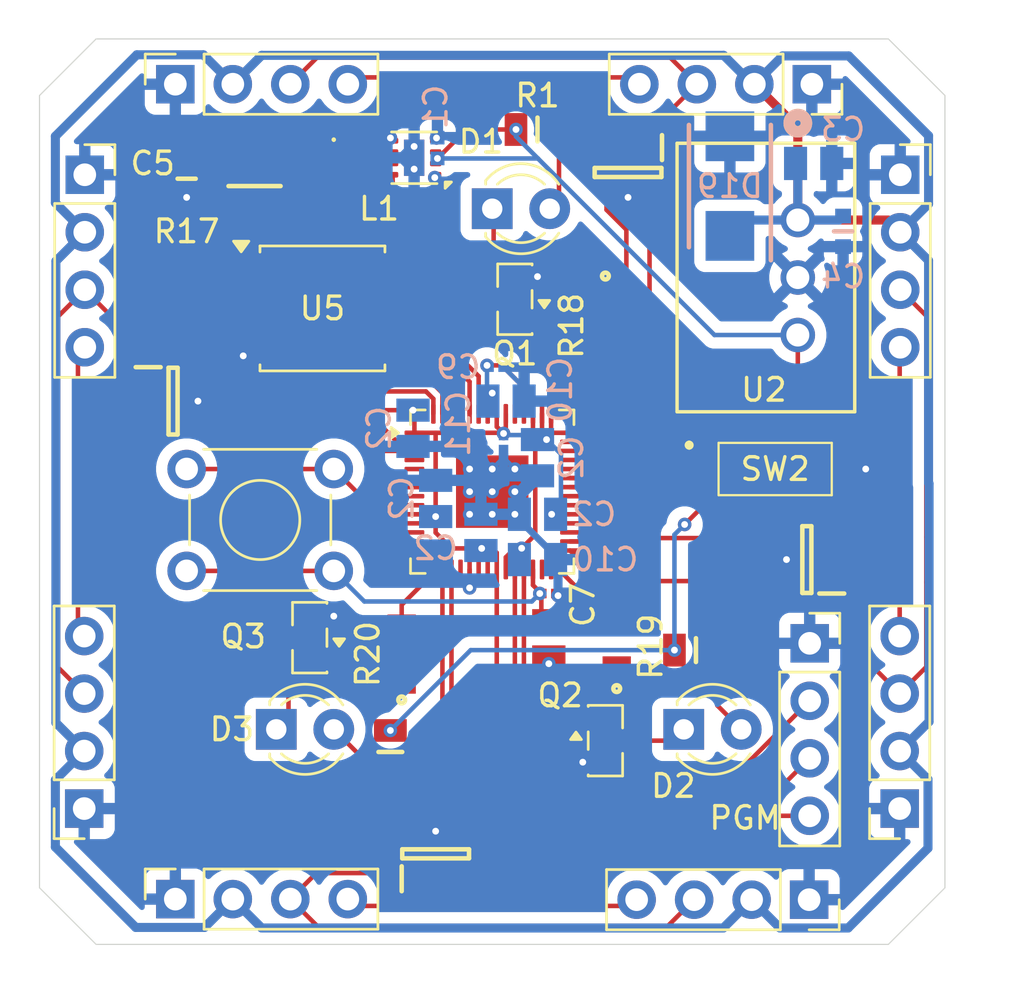
<source format=kicad_pcb>
(kicad_pcb (version 20241229) (generator "pcbnew") (generator_version "9.0")
  (layers (0 "F.Cu" signal) (2 "B.Cu" signal) (13 "F.Paste" user) (15 "B.Paste" user) (5 "F.SilkS" user "F.Silkscreen") (7 "B.SilkS" user "B.Silkscreen") (1 "F.Mask" user) (3 "B.Mask" user) (25 "Edge.Cuts" user))
  (net 0 "")
  (net 1 "/5V_LOCAL")
  (net 2 "GND")
  (net 3 "/3.3V_LOCAL")
  (net 4 "VCC")
  (net 5 "Net-(U1-VREG_VOUT)")
  (net 6 "Net-(D1-K)")
  (net 7 "Net-(D1-A)")
  (net 8 "Net-(D2-A)")
  (net 9 "Net-(D3-A)")
  (net 10 "/N_RX")
  (net 11 "/N_TX")
  (net 12 "/E_TX")
  (net 13 "/E_RX")
  (net 14 "/S_RX")
  (net 15 "/S_TX")
  (net 16 "/W_RX")
  (net 17 "/W_TX")
  (net 18 "Net-(J9-Pin_3)")
  (net 19 "Net-(J9-Pin_2)")
  (net 20 "Net-(U3-SW)")
  (net 21 "Net-(Q1-B)")
  (net 22 "Net-(Q2-B)")
  (net 23 "Net-(Q3-B)")
  (net 24 "Net-(U3-PG)")
  (net 25 "Net-(U1-GPIO17)")
  (net 26 "Net-(U1-QSPI_SD2)")
  (net 28 "Net-(U1-QSPI_SCLK)")
  (net 30 "Net-(U1-QSPI_SS)")
  (net 31 "Net-(U1-QSPI_SD3)")
  (net 36 "Net-(U1-QSPI_SD0)")
  (net 42 "Net-(U1-QSPI_SD1)")
  (net 49 "Net-(U1-GPIO12)")
  (net 51 "Net-(SW1-B)")
  (net 54 "Net-(D2-K)")
  (net 55 "Net-(D3-K)")
  (net 57 "Net-(U1-GPIO25)")
  (net 58 "Net-(U1-GPIO22)")
  (footprint "SamacSys_Parts:RBT10W24S05_XPP_XPR" (layer "F.Cu") (at 148.5 43 -90)
    (property "Reference" "U2")
    (property "Value" "RBT05W24S05")
  )
  (footprint "LED_THT:LED_D3.0mm" (layer "F.Cu") (at 143.46 65.5)
    (property "Reference" "D2")
    (property "Value" "LED")
  )
  (footprint "LED_THT:LED_D3.0mm" (layer "F.Cu") (at 125.46 65.5)
    (property "Reference" "D3")
    (property "Value" "LED")
  )
  (footprint "Package_TO_SOT_SMD:SOT-23" (layer "F.Cu") (at 126.9375 61.45 180)
    (property "Reference" "Q3")
    (property "Value" "MMBT3904")
  )
  (footprint "Button_Switch_THT:SW_TH_Tactile_Omron_B3F-100x" (layer "F.Cu") (at 121.5 54)
    (property "Reference" "SW1" (hide yes))
    (property "Value" "SW_Push_Open")
  )
  (footprint "SamacSys_Parts:CRCW1210200RJNEAIF" (layer "F.Cu") (at 137 39)
    (property "Reference" "R1")
    (property "Value" "200" (hide yes))
  )
  (footprint "Package_SON:WSON-8-1EP_2x2mm_P0.5mm_EP0.9x1.6mm_ThermalVias" (layer "F.Cu") (at 131.55 40.25 180)
    (property "Reference" "U3" (hide yes))
    (property "Value" "TPS62162DSG")
  )
  (footprint "Package_TO_SOT_SMD:SOT-23" (layer "F.Cu") (at 140 66)
    (property "Reference" "Q2")
    (property "Value" "MMBT3904")
  )
  (footprint "Connector_PinSocket_2.54mm:PinSocket_1x04_P2.54mm_Vertical" (layer "F.Cu") (at 149.025 61.7)
    (property "Reference" "J9" (hide yes))
    (property "Value" "2.54mm_ProgrammingPin")
  )
  (footprint "SamacSys_Parts:CAPC0603X33N" (layer "F.Cu") (at 137.5 59.5)
    (property "Reference" "C7")
    (property "Value" "1uF" (hide yes))
  )
  (footprint "Connector_PinSocket_2.54mm:PinSocket_1x04_P2.54mm_Vertical" (layer "F.Cu") (at 116.975 69 180)
    (property "Reference" "J8" (hide yes))
    (property "Value" "1x4_Pogo")
  )
  (footprint "Connector_PinSocket_2.54mm:PinSocket_1x04_P2.54mm_Vertical" (layer "F.Cu") (at 153 69 180)
    (property "Reference" "J4" (hide yes))
    (property "Value" "1x4_Pogo")
  )
  (footprint "SamacSys_Parts:LCENA2016MKT2R2M0NK" (layer "F.Cu") (at 128 41.2 -90)
    (property "Reference" "L1")
    (property "Value" "2.2uH" (hide yes))
  )
  (footprint "SamacSys_Parts:SOT95P248X115-3N" (layer "F.Cu") (at 148.9 58 180)
    (property "Reference" "D18" (hide yes))
    (property "Value" "VGSOT03C-HG3-08" (hide yes))
  )
  (footprint "LED_THT:LED_D3.0mm" (layer "F.Cu") (at 135 42.5)
    (property "Reference" "D1")
    (property "Value" "LED")
  )
  (footprint "Connector_PinSocket_2.54mm:PinSocket_1x04_P2.54mm_Vertical" (layer "F.Cu") (at 121 37 90)
    (property "Reference" "J1" (hide yes))
    (property "Value" "1x4_Pogo")
  )
  (footprint "SamacSys_Parts:GRM18x" (layer "F.Cu") (at 121.5 41.175 -90)
    (property "Reference" "C5")
    (property "Value" "22uF" (hide yes))
  )
  (footprint "SamacSys_Parts:TNPW0805100KFHEA" (layer "F.Cu") (at 124.5 41.5 -90)
    (property "Reference" "R17")
    (property "Value" "100k" (hide yes))
  )
  (footprint "Connector_PinSocket_2.54mm:PinSocket_1x04_P2.54mm_Vertical" (layer "F.Cu") (at 149.12 37 -90)
    (property "Reference" "J2" (hide yes))
    (property "Value" "1x4_Pogo")
  )
  (footprint "SamacSys_Parts:ERJ-UP6D1001V" (layer "F.Cu") (at 140 47.5 -90)
    (property "Reference" "R18")
    (property "Value" "1k" (hide yes))
  )
  (footprint "SamacSys_Parts:SOT95P248X115-3N" (layer "F.Cu") (at 120.9 51)
    (property "Reference" "D21" (hide yes))
    (property "Value" "VGSOT03C-HG3-08" (hide yes))
  )
  (footprint "Package_SO:SOIC-8_5.3x5.3mm_P1.27mm" (layer "F.Cu") (at 127.5 46.905)
    (property "Reference" "U5")
    (property "Value" "W25Q16JVSS")
  )
  (footprint "Connector_PinSocket_2.54mm:PinSocket_1x04_P2.54mm_Vertical" (layer "F.Cu") (at 149 73.025 -90)
    (property "Reference" "J6" (hide yes))
    (property "Value" "1x4_Pogo")
  )
  (footprint "Package_DFN_QFN:QFN-56-1EP_7x7mm_P0.4mm_EP3.2x3.2mm" (layer "F.Cu") (at 135 55)
    (property "Reference" "U1" (hide yes))
    (property "Value" "RP2040")
  )
  (footprint "SamacSys_Parts:CAPC2012X140N" (layer "F.Cu") (at 137.5 61.5 -90)
    (property "Reference" "C6" (hide yes))
    (property "Value" "0.1uF" (hide yes))
  )
  (footprint "SamacSys_Parts:CRCW1210200RJNEAIF" (layer "F.Cu") (at 144 62)
    (property "Reference" "R2" (hide yes))
    (property "Value" "200" (hide yes))
  )
  (footprint "SamacSys_Parts:ERJ-UP6D1001V" (layer "F.Cu") (at 140.5 61.675 90)
    (property "Reference" "R19")
    (property "Value" "1k" (hide yes))
  )
  (footprint "Connector_PinSocket_2.54mm:PinSocket_1x04_P2.54mm_Vertical" (layer "F.Cu") (at 121 73 90)
    (property "Reference" "J5" (hide yes))
    (property "Value" "1x4_Pogo")
  )
  (footprint "SamacSys_Parts:SOT95P248X115-3N" (layer "F.Cu") (at 141 40.9 -90)
    (property "Reference" "D17" (hide yes))
    (property "Value" "VGSOT03C-HG3-08" (hide yes))
  )
  (footprint "SamacSys_Parts:ERJ-UP6D1001V" (layer "F.Cu") (at 131 62.175 90)
    (property "Reference" "R20")
    (property "Value" "1k" (hide yes))
  )
  (footprint "SamacSys_Parts:SOT95P248X115-3N" (layer "F.Cu") (at 132.5 71 90)
    (property "Reference" "D20" (hide yes))
    (property "Value" "VGSOT03C-HG3-08" (hide yes))
  )
  (footprint "Connector_PinSocket_2.54mm:PinSocket_1x04_P2.54mm_Vertical" (layer "F.Cu") (at 117 41)
    (property "Reference" "J7" (hide yes))
    (property "Value" "1x4_Pogo")
  )
  (footprint "SamacSys_Parts:416131160801" (layer "F.Cu") (at 147.5 54 -90)
    (property "Reference" "SW2")
    (property "Value" "SW_DIP_x01" (hide yes))
  )
  (footprint "Package_TO_SOT_SMD:SOT-23" (layer "F.Cu") (at 136 46.5 180)
    (property "Reference" "Q1")
    (property "Value" "MMBT3904")
  )
  (footprint "Connector_PinSocket_2.54mm:PinSocket_1x04_P2.54mm_Vertical" (layer "F.Cu") (at 153.025 41)
    (property "Reference" "J3" (hide yes))
    (property "Value" "1x4_Pogo")
  )
  (footprint "SamacSys_Parts:CRCW1210200RJNEAIF" (layer "F.Cu") (at 130.5 66.5 -90)
    (property "Reference" "R3" (hide yes))
    (property "Value" "200" (hide yes))
  )
  (footprint "SamacSys_Parts:CAPC2012X140N" (layer "B.Cu") (at 131.5 52.2 -90)
    (property "Reference" "C2")
    (property "Value" "0.1uF" (hide yes))
  )
  (footprint "SamacSys_Parts:CAPC2012X140N" (layer "B.Cu") (at 137 53.5 -90)
    (property "Reference" "C2")
    (property "Value" "0.1uF" (hide yes))
  )
  (footprint "SamacSys_Parts:CAPC1005X70N" (layer "B.Cu") (at 132.58 39.82 90)
    (property "Reference" "C1")
    (property "Value" "10uF" (hide yes))
  )
  (footprint "SamacSys_Parts:CAPC2012X140N" (layer "B.Cu") (at 134.5 56.8 90)
    (property "Reference" "C2")
    (property "Value" "0.1uF" (hide yes))
  )
  (footprint "SamacSys_Parts:CAPC0603X33N" (layer "B.Cu") (at 135.17 49.5)
    (property "Reference" "C9")
    (property "Value" "1uF" (hide yes))
  )
  (footprint "SamacSys_Parts:CAPC2012X140N" (layer "B.Cu") (at 149.2 40.5)
    (property "Reference" "C3")
    (property "Value" "0.1uF" (hide yes))
  )
  (footprint "SamacSys_Parts:DIOM5436X244N" (layer "B.Cu") (at 145.5 41.5 90)
    (property "Reference" "D19")
    (property "Value" "SMBJ15A" (hide yes))
  )
  (footprint "SamacSys_Parts:CAPC2012X140N" (layer "B.Cu") (at 132.5 55.3 90)
    (property "Reference" "C2")
    (property "Value" "0.1uF" (hide yes))
  )
  (footprint "SamacSys_Parts:CAPC2012X140N" (layer "B.Cu") (at 135.61 51)
    (property "Reference" "C10")
    (property "Value" "0.1uF" (hide yes))
  )
  (footprint "SamacSys_Parts:CAPC2012X140N" (layer "B.Cu") (at 137 58)
    (property "Reference" "C10")
    (property "Value" "0.1uF" (hide yes))
  )
  (footprint "SamacSys_Parts:CAPC2012X140N" (layer "B.Cu") (at 137 56 180)
    (property "Reference" "C2")
    (property "Value" "0.1uF" (hide yes))
  )
  (footprint "SamacSys_Parts:GRM18x" (layer "B.Cu") (at 150.5 43.5 -90)
    (property "Reference" "C4")
    (property "Value" "22uF" (hide yes))
  )
  (footprint "SamacSys_Parts:CAPC0603X33N" (layer "B.Cu") (at 135.5 52.83 -90)
    (property "Reference" "C11")
    (property "Value" "1uF" (hide yes))
  )
  (gr_line (start 155 37.5) (end 152.5 35) (stroke (width 0.05)) (layer "Edge.Cuts"))
  (gr_line (start 117.5 75) (end 152.5 75) (stroke (width 0.05)) (layer "Edge.Cuts"))
  (gr_line (start 152.5 75) (end 155 72.5) (stroke (width 0.05)) (layer "Edge.Cuts"))
  (gr_line (start 155 72.5) (end 155 37.5) (stroke (width 0.05)) (layer "Edge.Cuts"))
  (gr_line (start 115 37.5) (end 115 72.5) (stroke (width 0.05)) (layer "Edge.Cuts"))
  (gr_line (start 152.5 35) (end 117.5 35) (stroke (width 0.05)) (layer "Edge.Cuts"))
  (gr_line (start 115 37.5) (end 117.5 35) (stroke (width 0.05)) (layer "Edge.Cuts"))
  (gr_line (start 115 72.5) (end 117.5 75) (stroke (width 0.05)) (layer "Edge.Cuts"))
  (gr_text "PGM" (at 144.5 70 0) (layer "F.SilkS") (effects (font (size 1 1)) (justify left bottom)))
  (segment (start 132.5 40) (end 132.5 40.5) (width 0.2) (layer "F.Cu") (net 1))
  (segment (start 148.5 51.45) (end 143.5 56.45) (width 0.2) (layer "F.Cu") (net 1))
  (segment (start 132.5 40.36) (end 132.58 40.28) (width 0.2) (layer "F.Cu") (net 1))
  (segment (start 136.05 39) (end 133.86 39) (width 0.2) (layer "F.Cu") (net 1))
  (segment (start 148.5 48.08) (end 148.5 51.45) (width 0.2) (layer "F.Cu") (net 1))
  (segment (start 132.5 40.5) (end 132.5 40.36) (width 0.2) (layer "F.Cu") (net 1))
  (segment (start 133.86 39) (end 132.58 40.28) (width 0.2) (layer "F.Cu") (net 1))
  (via (at 143.5 56.45) (size 0.6) (drill 0.3) (layers "F.Cu" "B.Cu") (net 1))
  (via (at 132.58 40.28) (size 0.6) (drill 0.3) (layers "F.Cu" "B.Cu") (net 1))
  (via (at 143.05 62) (size 0.6) (drill 0.3) (layers "F.Cu" "B.Cu") (net 1))
  (via (at 130.5 65.55) (size 0.6) (drill 0.3) (layers "F.Cu" "B.Cu") (net 1))
  (via (at 136.05 39) (size 0.6) (drill 0.3) (layers "F.Cu" "B.Cu") (net 1))
  (segment (start 148.5 48.08) (end 144.818471 48.08) (width 0.2) (layer "B.Cu") (net 1))
  (segment (start 134.05 62) (end 130.5 65.55) (width 0.2) (layer "B.Cu") (net 1))
  (segment (start 144.818471 48.08) (end 137.018471 40.28) (width 0.2) (layer "B.Cu") (net 1))
  (segment (start 137.018471 40.28) (end 132.58 40.28) (width 0.2) (layer "B.Cu") (net 1))
  (segment (start 143.05 62) (end 134.05 62) (width 0.2) (layer "B.Cu") (net 1))
  (segment (start 136.05 39.311529) (end 136.05 39) (width 0.2) (layer "B.Cu") (net 1))
  (segment (start 137.018471 40.28) (end 136.05 39.311529) (width 0.2) (layer "B.Cu") (net 1))
  (segment (start 143.5 56.45) (end 143.05 56.9) (width 0.2) (layer "B.Cu") (net 1))
  (segment (start 143.05 56.9) (end 143.05 62) (width 0.2) (layer "B.Cu") (net 1))
  (segment (start 137.5 62.3) (end 137.5 62.6) (width 0.2) (layer "F.Cu") (net 2))
  (segment (start 123.9125 48.9125) (end 124 49) (width 0.2) (layer "F.Cu") (net 2))
  (segment (start 127.875 60.5) (end 128 60.5) (width 0.2) (layer "F.Cu") (net 2))
  (segment (start 139.001 66.95) (end 139 66.951) (width 0.2) (layer "F.Cu") (net 2))
  (segment (start 136.9375 45.55) (end 136.95 45.55) (width 0.2) (layer "F.Cu") (net 2))
  (segment (start 136.95 45.55) (end 137 45.5) (width 0.2) (layer "F.Cu") (net 2))
  (segment (start 134 59.249169) (end 133.994967 59.254202) (width 0.2) (layer "F.Cu") (net 2))
  (segment (start 151.31 54) (end 151.5 54) (width 0.2) (layer "F.Cu") (net 2))
  (segment (start 139.0625 66.95) (end 139.001 66.95) (width 0.2) (layer "F.Cu") (net 2))
  (segment (start 134 58.4375) (end 134 59.249169) (width 0.2) (layer "F.Cu") (net 2))
  (segment (start 132.5 39.413845) (end 132.538845 39.375) (width 0.2) (layer "F.Cu") (net 2))
  (segment (start 130.6 39.5) (end 130.6 39.471638) (width 0.2) (layer "F.Cu") (net 2))
  (segment (start 121.5 41.85) (end 121.5 42) (width 0.2) (layer "F.Cu") (net 2))
  (segment (start 132.5 69.9) (end 132.5 70) (width 0.2) (layer "F.Cu") (net 2))
  (segment (start 123.9125 48.81) (end 123.9125 48.9125) (width 0.2) (layer "F.Cu") (net 2))
  (segment (start 137.83 59.51603) (end 137.906985 59.593015) (width 0.2) (layer "F.Cu") (net 2))
  (segment (start 137.83 59.5) (end 137.83 59.51603) (width 0.2) (layer "F.Cu") (net 2))
  (segment (start 132.5 39.5) (end 132.5 39.413845) (width 0.2) (layer "F.Cu") (net 2))
  (segment (start 147.8 58) (end 148 58) (width 0.2) (layer "F.Cu") (net 2))
  (segment (start 132.5 41.086137) (end 132.461137 41.125) (width 0.2) (layer "F.Cu") (net 2))
  (segment (start 132.5 41) (end 132.5 41.086137) (width 0.2) (layer "F.Cu") (net 2))
  (segment (start 130.6 39.471638) (end 130.503362 39.375) (width 0.2) (layer "F.Cu") (net 2))
  (via (at 135 56) (size 0.6) (drill 0.3) (layers "F.Cu" "B.Cu") (net 2))
  (via (at 132.538845 39.375) (size 0.6) (drill 0.3) (layers "F.Cu" "B.Cu") (net 2))
  (via (at 132.461137 41.125) (size 0.6) (drill 0.3) (layers "F.Cu" "B.Cu") (net 2))
  (via (at 128 60.5) (size 0.6) (drill 0.3) (layers "F.Cu" "B.Cu") (net 2))
  (via (at 134 54) (size 0.6) (drill 0.3) (layers "F.Cu" "B.Cu") (net 2))
  (via (at 134 56) (size 0.6) (drill 0.3) (layers "F.Cu" "B.Cu") (net 2))
  (via (at 139 66.951) (size 0.6) (drill 0.3) (layers "F.Cu" "B.Cu") (net 2))
  (via (at 136 55) (size 0.6) (drill 0.3) (layers "F.Cu" "B.Cu") (net 2))
  (via (at 136 56) (size 0.6) (drill 0.3) (layers "F.Cu" "B.Cu") (net 2))
  (via (at 122 51) (size 0.6) (drill 0.3) (layers "F.Cu" "B.Cu") (net 2))
  (via (at 135 55) (size 0.6) (drill 0.3) (layers "F.Cu" "B.Cu") (net 2))
  (via (at 135 54) (size 0.6) (drill 0.3) (layers "F.Cu" "B.Cu") (net 2))
  (via (at 151.5 54) (size 0.6) (drill 0.3) (layers "F.Cu" "B.Cu") (net 2))
  (via (at 132.5 70) (size 0.6) (drill 0.3) (layers "F.Cu" "B.Cu") (net 2))
  (via (at 130.503362 39.375) (size 0.6) (drill 0.3) (layers "F.Cu" "B.Cu") (net 2))
  (via (at 137.906985 59.593015) (size 0.6) (drill 0.3) (layers "F.Cu" "B.Cu") (net 2))
  (via (at 136 54) (size 0.6) (drill 0.3) (layers "F.Cu" "B.Cu") (net 2))
  (via (at 121.5 42) (size 0.6) (drill 0.3) (layers "F.Cu" "B.Cu") (net 2))
  (via (at 148 58) (size 0.6) (drill 0.3) (layers "F.Cu" "B.Cu") (net 2))
  (via (at 134 55) (size 0.6) (drill 0.3) (layers "F.Cu" "B.Cu") (net 2))
  (via (at 134.000105 59.25028) (size 0.6) (drill 0.3) (layers "F.Cu" "B.Cu") (net 2))
  (via (at 141 42) (size 0.6) (drill 0.3) (layers "F.Cu" "B.Cu") (net 2))
  (via (at 124 49) (size 0.6) (drill 0.3) (layers "F.Cu" "B.Cu") (net 2))
  (via (at 137 45.5) (size 0.6) (drill 0.3) (layers "F.Cu" "B.Cu") (net 2))
  (via (at 137.5 62.6) (size 0.6) (drill 0.3) (layers "F.Cu" "B.Cu") (net 2))
  (segment (start 136.2 55.1) (end 137 54.3) (width 0.6) (layer "B.Cu") (net 2))
  (segment (start 137.906985 59.593015) (end 137.906985 58.106985) (width 0.4) (layer "B.Cu") (net 2))
  (segment (start 136.41 51) (end 136.41 50.41) (width 0.2) (layer "B.Cu") (net 2))
  (segment (start 135.5 53.5) (end 135 54) (width 0.2) (layer "B.Cu") (net 2))
  (segment (start 135.5 53.5) (end 136 54) (width 0.2) (layer "B.Cu") (net 2))
  (segment (start 136.2 56.247) (end 136.2 56) (width 0.2) (layer "B.Cu") (net 2))
  (segment (start 137.8 57.847) (end 136.2 56.247) (width 0.3) (layer "B.Cu") (net 2))
  (segment (start 137.906985 58.106985) (end 137.8 58) (width 0.2) (layer "B.Cu") (net 2))
  (segment (start 136.41 50.41) (end 135.5 49.5) (width 0.2) (layer "B.Cu") (net 2))
  (segment (start 136.2 56) (end 136.2 55.1) (width 0.6) (layer "B.Cu") (net 2))
  (segment (start 135.5 53.16) (end 135.5 53.5) (width 0.2) (layer "B.Cu") (net 2))
  (segment (start 132.5 56.1) (end 132.5 52.4) (width 0.2) (layer "F.Cu") (net 3))
  (segment (start 135.600001 51.5625) (end 135.600001 52.329997) (width 0.2) (layer "F.Cu") (net 3))
  (segment (start 131.5625 52.4) (end 132.5 52.4) (width 0.2) (layer "F.Cu") (net 3))
  (segment (start 135.600001 52.329997) (end 135.5 52.429998) (width 0.2) (layer "F.Cu") (net 3))
  (segment (start 124.5 40) (end 124 40) (width 0.2) (layer "F.Cu") (net 3))
  (segment (start 149.025 69.32) (end 138.7529 69.32) (width 0.2) (layer "F.Cu") (net 3))
  (segment (start 132.5 56.81) (end 133.196166 57.506166) (width 0.2) (layer "F.Cu") (net 3))
  (segment (start 121.5 54) (end 128 54) (width 0.2) (layer "F.Cu") (net 3))
  (segment (start 138.7529 69.32) (end 135.2 65.7671) (width 0.2) (layer "F.Cu") (net 3))
  (segment (start 135.470002 52.4) (end 135.5 52.429998) (width 0.2) (layer "F.Cu") (net 3))
  (segment (start 131.5625 56) (end 132.4 56) (width 0.2) (layer "F.Cu") (net 3))
  (segment (start 124 40) (end 123.5 40.5) (width 0.2) (layer "F.Cu") (net 3))
  (segment (start 133.196166 57.506166) (end 134.533207 57.506166) (width 0.2) (layer "F.Cu") (net 3))
  (segment (start 132.5 52.4) (end 135.470002 52.4) (width 0.2) (layer "F.Cu") (net 3))
  (segment (start 135.2 52.129998) (end 135.5 52.429998) (width 0.2) (layer "F.Cu") (net 3))
  (segment (start 137.199999 52.499999) (end 137.4 52.7) (width 0.2) (layer "F.Cu") (net 3))
  (segment (start 138.4375 52.4) (end 137.7 52.4) (width 0.2) (layer "F.Cu") (net 3))
  (segment (start 137.199999 51.5625) (end 137.199999 52.499999) (width 0.2) (layer "F.Cu") (net 3))
  (segment (start 123.5 40.5) (end 121.5 40.5) (width 0.2) (layer "F.Cu") (net 3))
  (segment (start 131.5625 51.4625) (end 131.5 51.4) (width 0.2) (layer "F.Cu") (net 3))
  (segment (start 128.4 40) (end 130.6 40) (width 0.2) (layer "F.Cu") (net 3))
  (segment (start 121.997 42.503) (end 124.5 40) (width 0.2) (layer "F.Cu") (net 3))
  (segment (start 137.6 51.5625) (end 137.6 52.5) (width 0.2) (layer "F.Cu") (net 3))
  (segment (start 122.871 44.374) (end 121.997 43.5) (width 0.2) (layer "F.Cu") (net 3))
  (segment (start 137.7 52.4) (end 137.4 52.7) (width 0.2) (layer "F.Cu") (net 3))
  (segment (start 121.997 49.50119) (end 121.997 43.5) (width 0.2) (layer "F.Cu") (net 3))
  (segment (start 130 56) (end 128 54) (width 0.2) (layer "F.Cu") (net 3))
  (segment (start 128 40.4) (end 124.9 40.4) (width 0.2) (layer "F.Cu") (net 3))
  (segment (start 131.0875 45) (end 130.4615 44.374) (width 0.2) (layer "F.Cu") (net 3))
  (segment (start 130.4615 44.374) (end 122.871 44.374) (width 0.2) (layer "F.Cu") (net 3))
  (segment (start 131.5 51.4) (end 123.89581 51.4) (width 0.2) (layer "F.Cu") (net 3))
  (segment (start 131.5625 56) (end 130 56) (width 0.2) (layer "F.Cu") (net 3))
  (segment (start 135.2 57.7) (end 135.006166 57.506166) (width 0.2) (layer "F.Cu") (net 3))
  (segment (start 121.997 43.5) (end 121.997 42.503) (width 0.2) (layer "F.Cu") (net 3))
  (segment (start 135.2 58.4375) (end 135.2 57.7) (width 0.2) (layer "F.Cu") (net 3))
  (segment (start 138.4375 56) (end 137.624832 56) (width 0.2) (layer "F.Cu") (net 3))
  (segment (start 132.5 56.1) (end 132.5 56.81) (width 0.2) (layer "F.Cu") (net 3))
  (segment (start 137.624832 56) (end 137.624698 56.000134) (width 0.2) (layer "F.Cu") (net 3))
  (segment (start 135.006166 57.506166) (end 134.533207 57.506166) (width 0.2) (layer "F.Cu") (net 3))
  (segment (start 131.5625 52.4) (end 131.5625 51.4625) (width 0.2) (layer "F.Cu") (net 3))
  (segment (start 137.6 52.5) (end 137.4 52.7) (width 0.2) (layer "F.Cu") (net 3))
  (segment (start 135.2 65.7671) (end 135.2 58.4375) (width 0.2) (layer "F.Cu") (net 3))
  (segment (start 123.89581 51.4) (end 121.997 49.50119) (width 0.2) (layer "F.Cu") (net 3))
  (segment (start 124.9 40.4) (end 124.5 40) (width 0.2) (layer "F.Cu") (net 3))
  (segment (start 132.4 56) (end 132.5 56.1) (width 0.2) (layer "F.Cu") (net 3))
  (segment (start 128 40.4) (end 128.4 40) (width 0.2) (layer "F.Cu") (net 3))
  (segment (start 135.2 51.5625) (end 135.2 52.129998) (width 0.2) (layer "F.Cu") (net 3))
  (via (at 137.4 52.7) (size 0.6) (drill 0.3) (layers "F.Cu" "B.Cu") (net 3))
  (via (at 134.533207 57.506166) (size 0.6) (drill 0.3) (layers "F.Cu" "B.Cu") (net 3))
  (via (at 132.5 56.1) (size 0.6) (drill 0.3) (layers "F.Cu" "B.Cu") (net 3))
  (via (at 131.5 51.4) (size 0.6) (drill 0.3) (layers "F.Cu" "B.Cu") (net 3))
  (via (at 137.624698 56.000134) (size 0.6) (drill 0.3) (layers "F.Cu" "B.Cu") (net 3))
  (via (at 135.5 52.429998) (size 0.6) (drill 0.3) (layers "F.Cu" "B.Cu") (net 3))
  (segment (start 135.5 52.5) (end 136.8 52.5) (width 0.2) (layer "B.Cu") (net 3))
  (segment (start 136.8 52.5) (end 137 52.7) (width 0.2) (layer "B.Cu") (net 3))
  (segment (start 138.036 55.588832) (end 138.036 53.336) (width 0.2) (layer "B.Cu") (net 3))
  (segment (start 138.036 53.336) (end 137.4 52.7) (width 0.2) (layer "B.Cu") (net 3))
  (segment (start 137.624698 56.000134) (end 138.036 55.588832) (width 0.2) (layer "B.Cu") (net 3))
  (segment (start 152.485 43) (end 153.025 43.54) (width 0.4) (layer "F.Cu") (net 4))
  (segment (start 148.5 43) (end 148.5 38.92) (width 0.4) (layer "F.Cu") (net 4))
  (segment (start 148.5 43) (end 152.485 43) (width 0.4) (layer "F.Cu") (net 4))
  (segment (start 148.5 38.92) (end 146.58 37) (width 0.4) (layer "F.Cu") (net 4))
  (segment (start 146.5 37) (end 145.224 35.724) (width 0.4) (layer "B.Cu") (net 4))
  (segment (start 153.025 43.54) (end 154.276 44.791) (width 0.4) (layer "B.Cu") (net 4))
  (segment (start 124.816 35.724) (end 123.54 37) (width 0.4) (layer "B.Cu") (net 4))
  (segment (start 150.749 35.749) (end 152.25 37.25) (width 0.4) (layer "B.Cu") (net 4))
  (segment (start 153 66.46) (end 154.251 67.711) (width 0.4) (layer "B.Cu") (net 4))
  (segment (start 119.251 74.251) (end 115.701 70.701) (width 0.4) (layer "B.Cu") (net 4))
  (segment (start 123.54 73) (end 122.289 74.251) (width 0.4) (layer "B.Cu") (net 4))
  (segment (start 154.299 65.161) (end 153 66.46) (width 0.4) (layer "B.Cu") (net 4))
  (segment (start 154.276 39.276) (end 154.276 42.289) (width 0.4) (layer "B.Cu") (net 4))
  (segment (start 122.241 35.701) (end 123.54 37) (width 0.4) (layer "B.Cu") (net 4))
  (segment (start 150.325 43) (end 150.5 42.825) (width 0.4) (layer "B.Cu") (net 4))
  (segment (start 146.46 73.025) (end 145.209 74.276) (width 0.4) (layer "B.Cu") (net 4))
  (segment (start 146.58 37) (end 146.5 37) (width 0.4) (layer "B.Cu") (net 4))
  (segment (start 146.58 37) (end 147.831 35.749) (width 0.4) (layer "B.Cu") (net 4))
  (segment (start 147.711 74.276) (end 146.46 73.025) (width 0.4) (layer "B.Cu") (net 4))
  (segment (start 154.276 54.624) (end 154.299 54.647) (width 0.4) (layer "B.Cu") (net 4))
  (segment (start 154.251 70.749) (end 150.724 74.276) (width 0.4) (layer "B.Cu") (net 4))
  (segment (start 154.276 42.289) (end 153.025 43.54) (width 0.4) (layer "B.Cu") (net 4))
  (segment (start 150.724 74.276) (end 147.711 74.276) (width 0.4) (layer "B.Cu") (net 4))
  (segment (start 154.251 67.711) (end 154.251 70.749) (width 0.4) (layer "B.Cu") (net 4))
  (segment (start 124.816 74.276) (end 123.54 73) (width 0.4) (layer "B.Cu") (net 4))
  (segment (start 116.975 66.46) (end 115.724 65.209) (width 0.4) (layer "B.Cu") (net 4))
  (segment (start 115.701 70.701) (end 115.701 67.734) (width 0.4) (layer "B.Cu") (net 4))
  (segment (start 115.701 39.299) (end 119.299 35.701) (width 0.4) (layer "B.Cu") (net 4))
  (segment (start 148.5 43) (end 150.325 43) (width 0.4) (layer "B.Cu") (net 4))
  (segment (start 148.5 43) (end 148.5 40.6) (width 0.4) (layer "B.Cu") (net 4))
  (segment (start 147.831 35.749) (end 150.749 35.749) (width 0.4) (layer "B.Cu") (net 4))
  (segment (start 154.299 54.647) (end 154.299 65.161) (width 0.4) (layer "B.Cu") (net 4))
  (segment (start 154.276 44.791) (end 154.276 54.624) (width 0.4) (layer "B.Cu") (net 4))
  (segment (start 148.5 40.6) (end 148.4 40.5) (width 0.4) (layer "B.Cu") (net 4))
  (segment (start 115.724 65.209) (end 115.724 44.816) (width 0.4) (layer "B.Cu") (net 4))
  (segment (start 119.299 35.701) (end 122.241 35.701) (width 0.4) (layer "B.Cu") (net 4))
  (segment (start 146.2 43) (end 145.5 43.7) (width 0.4) (layer "B.Cu") (net 4))
  (segment (start 122.289 74.251) (end 119.251 74.251) (width 0.4) (layer "B.Cu") (net 4))
  (segment (start 115.701 67.734) (end 116.975 66.46) (width 0.4) (layer "B.Cu") (net 4))
  (segment (start 152.25 37.25) (end 154.276 39.276) (width 0.4) (layer "B.Cu") (net 4))
  (segment (start 115.724 44.816) (end 117 43.54) (width 0.4) (layer "B.Cu") (net 4))
  (segment (start 115.701 42.241) (end 115.701 39.299) (width 0.4) (layer "B.Cu") (net 4))
  (segment (start 145.209 74.276) (end 124.816 74.276) (width 0.4) (layer "B.Cu") (net 4))
  (segment (start 117 43.54) (end 115.701 42.241) (width 0.4) (layer "B.Cu") (net 4))
  (segment (start 145.224 35.724) (end 124.816 35.724) (width 0.4) (layer "B.Cu") (net 4))
  (segment (start 148.5 43) (end 146.2 43) (width 0.4) (layer "B.Cu") (net 4))
  (segment (start 136.3 57.5) (end 136.302 57.5) (width 0.2) (layer "F.Cu") (net 5))
  (segment (start 135.600001 57.899999) (end 136 57.5) (width 0.2) (layer "F.Cu") (net 5))
  (segment (start 136 57.5) (end 136.3 57.5) (width 0.2) (layer "F.Cu") (net 5))
  (segment (start 136.8 52.998) (end 136.901 53.099) (width 0.2) (layer "F.Cu") (net 5))
  (segment (start 136.901 53.099) (end 136.901 56.901) (width 0.2) (layer "F.Cu") (net 5))
  (segment (start 136.8 51.5625) (end 136.8 50.8) (width 0.2) (layer "F.Cu") (net 5))
  (segment (start 134.8 51.5625) (end 134.8 50.845228) (width 0.2) (layer "F.Cu") (net 5))
  (segment (start 136.8 50.8) (end 135.421471 49.421471) (width 0.2) (layer "F.Cu") (net 5))
  (segment (start 136.8 51.5625) (end 136.8 52.998) (width 0.2) (layer "F.Cu") (net 5))
  (segment (start 134.8 50.845228) (end 134.999999 50.645229) (width 0.2) (layer "F.Cu") (net 5))
  (segment (start 135.600001 58.4375) (end 135.600001 57.899999) (width 0.2) (layer "F.Cu") (net 5))
  (segment (start 135.421471 49.421471) (end 134.77 49.421471) (width 0.2) (layer "F.Cu") (net 5))
  (segment (start 136.302 57.5) (end 136.901 56.901) (width 0.2) (layer "F.Cu") (net 5))
  (via (at 134.77 49.421471) (size 0.6) (drill 0.3) (layers "F.Cu" "B.Cu") (net 5))
  (via (at 134.999999 50.645229) (size 0.6) (drill 0.3) (layers "F.Cu" "B.Cu") (net 5))
  (via (at 136.3 57.5) (size 0.6) (drill 0.3) (layers "F.Cu" "B.Cu") (net 5))
  (segment (start 134.77 50.41523) (end 134.999999 50.645229) (width 0.2) (layer "B.Cu") (net 5))
  (segment (start 134.77 49.421471) (end 134.77 50.41523) (width 0.2) (layer "B.Cu") (net 5))
  (segment (start 135.0625 46.5) (end 135.0625 42.5625) (width 0.2) (layer "F.Cu") (net 6))
  (segment (start 137.95 39) (end 137.95 42.09) (width 0.2) (layer "F.Cu") (net 7))
  (segment (start 137.95 42.09) (end 137.54 42.5) (width 0.2) (layer "F.Cu") (net 7))
  (segment (start 144.95 64.45) (end 146 65.5) (width 0.2) (layer "F.Cu") (net 8))
  (segment (start 144.95 62) (end 144.95 64.45) (width 0.2) (layer "F.Cu") (net 8))
  (segment (start 128 65.5) (end 129.95 67.45) (width 0.2) (layer "F.Cu") (net 9))
  (segment (start 129.95 67.45) (end 130.5 67.45) (width 0.2) (layer "F.Cu") (net 9))
  (segment (start 138.4375 54.8) (end 139.7 54.8) (width 0.2) (layer "F.Cu") (net 10))
  (segment (start 140.05 42.55) (end 140.05 39.8) (width 0.2) (layer "F.Cu") (net 10))
  (segment (start 141.199 36.699) (end 141.5 37) (width 0.2) (layer "F.Cu") (net 10))
  (segment (start 139.7 54.8) (end 140.926 53.574) (width 0.2) (layer "F.Cu") (net 10))
  (segment (start 140.05 36.749) (end 140 36.699) (width 0.2) (layer "F.Cu") (net 10))
  (segment (start 139 36.699) (end 128.921 36.699) (width 0.2) (layer "F.Cu") (net 10))
  (segment (start 139 36.699) (end 140 36.699) (width 0.2) (layer "F.Cu") (net 10))
  (segment (start 128.921 36.699) (end 128.62 37) (width 0.2) (layer "F.Cu") (net 10))
  (segment (start 140.05 39.8) (end 140.05 36.749) (width 0.2) (layer "F.Cu") (net 10))
  (segment (start 140.926 53.574) (end 140.926 43.426) (width 0.2) (layer "F.Cu") (net 10))
  (segment (start 140 36.699) (end 141.199 36.699) (width 0.2) (layer "F.Cu") (net 10))
  (segment (start 140.926 43.426) (end 140.05 42.55) (width 0.2) (layer "F.Cu") (net 10))
  (segment (start 138.4375 55.2) (end 139.8671 55.2) (width 0.2) (layer "F.Cu") (net 11))
  (segment (start 139.8671 55.2) (end 141.95 53.1171) (width 0.2) (layer "F.Cu") (net 11))
  (segment (start 141.95 39.09) (end 144.04 37) (width 0.2) (layer "F.Cu") (net 11))
  (segment (start 142.864 35.824) (end 144.04 37) (width 0.2) (layer "F.Cu") (net 11))
  (segment (start 127.256 35.824) (end 142.864 35.824) (width 0.2) (layer "F.Cu") (net 11))
  (segment (start 127.256 35.824) (end 126.08 37) (width 0.2) (layer "F.Cu") (net 11))
  (segment (start 141.95 53.1171) (end 141.95 39.8) (width 0.2) (layer "F.Cu") (net 11))
  (segment (start 141.95 39.8) (end 141.95 39.09) (width 0.2) (layer "F.Cu") (net 11))
  (segment (start 154.176 62.744) (end 153 63.92) (width 0.2) (layer "F.Cu") (net 12))
  (segment (start 151.5 62.42) (end 153 63.92) (width 0.2) (layer "F.Cu") (net 12))
  (segment (start 150 58.95) (end 151.5 60.45) (width 0.2) (layer "F.Cu") (net 12))
  (segment (start 154.176 47.231) (end 154.176 57) (width 0.2) (layer "F.Cu") (net 12))
  (segment (start 154.176 57) (end 154.176 58.998765) (width 0.2) (layer "F.Cu") (net 12))
  (segment (start 151.5 60.45) (end 151.5 62.42) (width 0.2) (layer "F.Cu") (net 12))
  (segment (start 154.176 59) (end 154.176 62.744) (width 0.2) (layer "F.Cu") (net 12))
  (segment (start 153.025 46.08) (end 154.176 47.231) (width 0.2) (layer "F.Cu") (net 12))
  (segment (start 139.7875 58.95) (end 150 58.95) (width 0.2) (layer "F.Cu") (net 12))
  (segment (start 154.174765 59) (end 154.176 59) (width 0.2) (layer "F.Cu") (net 12))
  (segment (start 138.4375 57.6) (end 139.7875 58.95) (width 0.2) (layer "F.Cu") (net 12))
  (segment (start 154.176 58.998765) (end 154.174765 59) (width 0.2) (layer "F.Cu") (net 12))
  (segment (start 152.95 57.05) (end 153 57) (width 0.2) (layer "F.Cu") (net 13))
  (segment (start 138.4375 57.199999) (end 139.199999 57.199999) (width 0.2) (layer "F.Cu") (net 13))
  (segment (start 153 61.38) (end 153 57) (width 0.2) (layer "F.Cu") (net 13))
  (segment (start 139.349998 57.05) (end 150 57.05) (width 0.2) (layer "F.Cu") (net 13))
  (segment (start 139.199999 57.199999) (end 139.349998 57.05) (width 0.2) (layer "F.Cu") (net 13))
  (segment (start 150 57.05) (end 152.95 57.05) (width 0.2) (layer "F.Cu") (net 13))
  (segment (start 153 48.645) (end 153.025 48.62) (width 0.2) (layer "F.Cu") (net 13))
  (segment (start 153 57) (end 153 48.645) (width 0.2) (layer "F.Cu") (net 13))
  (segment (start 153 61.38) (end 153.526 60.854) (width 0.2) (layer "B.Cu") (net 13))
  (segment (start 128.921 73.301) (end 128.62 73) (width 0.2) (layer "F.Cu") (net 14))
  (segment (start 133.5 73.301) (end 141.104 73.301) (width 0.2) (layer "F.Cu") (net 14))
  (segment (start 132.5 73.301) (end 128.921 73.301) (width 0.2) (layer "F.Cu") (net 14))
  (segment (start 133.45 72.1) (end 133.45 73.251) (width 0.2) (layer "F.Cu") (net 14))
  (segment (start 133.2 71.85) (end 133.45 72.1) (width 0.2) (layer "F.Cu") (net 14))
  (segment (start 132.5 73.301) (end 133.5 73.301) (width 0.2) (layer "F.Cu") (net 14))
  (segment (start 141.104 73.301) (end 141.38 73.025) (width 0.2) (layer "F.Cu") (net 14))
  (segment (start 133.2 58.4375) (end 133.2 71.85) (width 0.2) (layer "F.Cu") (net 14))
  (segment (start 133.45 73.251) (end 133.5 73.301) (width 0.2) (layer "F.Cu") (net 14))
  (segment (start 143.92 73.025) (end 142.769 74.176) (width 0.2) (layer "F.Cu") (net 15))
  (segment (start 131.299 71.849) (end 127.231 71.849) (width 0.2) (layer "F.Cu") (net 15))
  (segment (start 132.800001 68.147999) (end 131.55 69.398) (width 0.2) (layer "F.Cu") (net 15))
  (segment (start 127.231 71.849) (end 126.08 73) (width 0.2) (layer "F.Cu") (net 15))
  (segment (start 131.55 69.398) (end 131.55 72.1) (width 0.2) (layer "F.Cu") (net 15))
  (segment (start 142.769 74.176) (end 127.256 74.176) (width 0.2) (layer "F.Cu") (net 15))
  (segment (start 132.800001 58.4375) (end 132.800001 68.147999) (width 0.2) (layer "F.Cu") (net 15))
  (segment (start 131.55 72.1) (end 131.299 71.849) (width 0.2) (layer "F.Cu") (net 15))
  (segment (start 127.256 74.176) (end 126.08 73) (width 0.2) (layer "F.Cu") (net 15))
  (segment (start 116.699 52) (end 116.699 48.921) (width 0.2) (layer "F.Cu") (net 16))
  (segment (start 116.699 52.5) (end 116.699 52) (width 0.2) (layer "F.Cu") (net 16))
  (segment (start 129.47224 52.5) (end 120.35 52.5) (width 0.2) (layer "F.Cu") (net 16))
  (segment (start 116.699 48.921) (end 117 48.62) (width 0.2) (layer "F.Cu") (net 16))
  (segment (start 131.5625 53.2) (end 130.17224 53.2) (width 0.2) (layer "F.Cu") (net 16))
  (segment (start 116.749 51.95) (end 116.699 52) (width 0.2) (layer "F.Cu") (net 16))
  (segment (start 116.699 52.5) (end 116.699 61.104) (width 0.2) (layer "F.Cu") (net 16))
  (segment (start 120.35 52.5) (end 119.8 51.95) (width 0.2) (layer "F.Cu") (net 16))
  (segment (start 116.699 61.104) (end 116.975 61.38) (width 0.2) (layer "F.Cu") (net 16))
  (segment (start 119.8 51.95) (end 116.749 51.95) (width 0.2) (layer "F.Cu") (net 16))
  (segment (start 130.17224 53.2) (end 129.47224 52.5) (width 0.2) (layer "F.Cu") (net 16))
  (segment (start 121.548 52) (end 119.8 50.252) (width 0.2) (layer "F.Cu") (net 17))
  (segment (start 115.824 62.769) (end 116.975 63.92) (width 0.2) (layer "F.Cu") (net 17))
  (segment (start 131.5625 52.800001) (end 130.800001 52.800001) (width 0.2) (layer "F.Cu") (net 17))
  (segment (start 130.800001 52.800001) (end 130 52) (width 0.2) (layer "F.Cu") (net 17))
  (segment (start 117 46.08) (end 119.8 48.88) (width 0.2) (layer "F.Cu") (net 17))
  (segment (start 115.824 47.256) (end 115.824 62.769) (width 0.2) (layer "F.Cu") (net 17))
  (segment (start 119.8 50.252) (end 119.8 50.05) (width 0.2) (layer "F.Cu") (net 17))
  (segment (start 119.8 48.88) (end 119.8 50.05) (width 0.2) (layer "F.Cu") (net 17))
  (segment (start 117 46.08) (end 115.824 47.256) (width 0.2) (layer "F.Cu") (net 17))
  (segment (start 130 52) (end 121.548 52) (width 0.2) (layer "F.Cu") (net 17))
  (segment (start 149.025 66.78) (end 147.805 68) (width 0.2) (layer "F.Cu") (net 18))
  (segment (start 136 66) (end 136 58.4375) (width 0.2) (layer "F.Cu") (net 18))
  (segment (start 147.805 68) (end 138 68) (width 0.2) (layer "F.Cu") (net 18))
  (segment (start 138 68) (end 136 66) (width 0.2) (layer "F.Cu") (net 18))
  (segment (start 136.4 65.666968) (end 136.4 58.4375) (width 0.2) (layer "F.Cu") (net 19))
  (segment (start 149.025 64.24) (end 145.714 67.551) (width 0.2) (layer "F.Cu") (net 19))
  (segment (start 145.714 67.551) (end 138.284032 67.551) (width 0.2) (layer "F.Cu") (net 19))
  (segment (start 138.284032 67.551) (end 136.4 65.666968) (width 0.2) (layer "F.Cu") (net 19))
  (segment (start 130 40.5) (end 130.6 40.5) (width 0.2) (layer "F.Cu") (net 20))
  (segment (start 128.5 42) (end 130 40.5) (width 0.2) (layer "F.Cu") (net 20))
  (segment (start 128 42) (end 128.5 42) (width 0.2) (layer "F.Cu") (net 20))
  (segment (start 136.9375 47.45) (end 138.875 47.45) (width 0.2) (layer "F.Cu") (net 21))
  (segment (start 138.875 47.45) (end 140 46.325) (width 0.2) (layer "F.Cu") (net 21))
  (segment (start 139.0625 65.05) (end 140.5 63.6125) (width 0.2) (layer "F.Cu") (net 22))
  (segment (start 140.5 63.6125) (end 140.5 62.85) (width 0.2) (layer "F.Cu") (net 22))
  (segment (start 130.05 62.4) (end 131 63.35) (width 0.2) (layer "F.Cu") (net 23))
  (segment (start 127.875 62.4) (end 130.05 62.4) (width 0.2) (layer "F.Cu") (net 23))
  (segment (start 128.902 43) (end 130.6 41.302) (width 0.2) (layer "F.Cu") (net 24))
  (segment (start 124.5 43) (end 128.902 43) (width 0.2) (layer "F.Cu") (net 24))
  (segment (start 130.6 41.302) (end 130.6 41) (width 0.2) (layer "F.Cu") (net 24))
  (segment (start 137.9375 58.4375) (end 137.6 58.4375) (width 0.2) (layer "F.Cu") (net 25))
  (segment (start 140 60.5) (end 137.9375 58.4375) (width 0.2) (layer "F.Cu") (net 25))
  (segment (start 140.5 60.5) (end 140 60.5) (width 0.2) (layer "F.Cu") (net 25))
  (segment (start 133.2 50.475975) (end 132.362012 49.637987) (width 0.2) (layer "F.Cu") (net 26))
  (segment (start 132.362012 49.637987) (end 126.637987 49.637987) (width 0.2) (layer "F.Cu") (net 26))
  (segment (start 126.637987 49.637987) (end 124.54 47.54) (width 0.2) (layer "F.Cu") (net 26))
  (segment (start 133.2 51.5625) (end 133.2 50.475975) (width 0.2) (layer "F.Cu") (net 26))
  (segment (start 124.54 47.54) (end 123.9125 47.54) (width 0.2) (layer "F.Cu") (net 26))
  (segment (start 124.490005 47.635) (end 123.9125 47.635) (width 0.2) (layer "F.Cu") (net 26))
  (segment (start 131.493225 47.635) (end 131.0875 47.635) (width 0.2) (layer "F.Cu") (net 28))
  (segment (start 134 50.141775) (end 131.493225 47.635) (width 0.2) (layer "F.Cu") (net 28))
  (segment (start 134 51.5625) (end 134 50.141775) (width 0.2) (layer "F.Cu") (net 28))
  (segment (start 122.398 49.33509) (end 122.398 46.152001) (width 0.2) (layer "F.Cu") (net 30))
  (segment (start 123.550001 45) (end 123.9125 45) (width 0.2) (layer "F.Cu") (net 30))
  (segment (start 132.4 51.5625) (end 132.4 50.9) (width 0.2) (layer "F.Cu") (net 30))
  (segment (start 123.405 45.095) (end 123.9125 45.095) (width 0.2) (layer "F.Cu") (net 30))
  (segment (start 132.4 50.9) (end 132.072537 50.572537) (width 0.2) (layer "F.Cu") (net 30))
  (segment (start 122.398 46.152001) (end 123.550001 45) (width 0.2) (layer "F.Cu") (net 30))
  (segment (start 123.635447 50.572537) (end 122.398 49.33509) (width 0.2) (layer "F.Cu") (net 30))
  (segment (start 132.072537 50.572537) (end 123.635447 50.572537) (width 0.2) (layer "F.Cu") (net 30))
  (segment (start 134.399999 51.5625) (end 134.399999 49.899999) (width 0.2) (layer "F.Cu") (net 31))
  (segment (start 133 47.75) (end 131.615 46.365) (width 0.2) (layer "F.Cu") (net 31))
  (segment (start 131.615 46.365) (end 131.0875 46.365) (width 0.2) (layer "F.Cu") (net 31))
  (segment (start 133 48.5) (end 133 47.75) (width 0.2) (layer "F.Cu") (net 31))
  (segment (start 134.399999 49.899999) (end 133 48.5) (width 0.2) (layer "F.Cu") (net 31))
  (segment (start 133.6 50.308875) (end 132.101125 48.81) (width 0.2) (layer "F.Cu") (net 36))
  (segment (start 132.101125 48.81) (end 131.0875 48.81) (width 0.2) (layer "F.Cu") (net 36))
  (segment (start 133.6 51.5625) (end 133.6 50.308875) (width 0.2) (layer "F.Cu") (net 36))
  (segment (start 132.328462 50.171537) (end 123.801547 50.171537) (width 0.2) (layer "F.Cu") (net 42))
  (segment (start 132.800001 51.5625) (end 132.800001 50.643076) (width 0.2) (layer "F.Cu") (net 42))
  (segment (start 123.801547 50.171537) (end 122.799 49.16899) (width 0.2) (layer "F.Cu") (net 42))
  (segment (start 132.800001 50.643076) (end 132.328462 50.171537) (width 0.2) (layer "F.Cu") (net 42))
  (segment (start 122.799 47.18101) (end 123.71001 46.27) (width 0.2) (layer "F.Cu") (net 42))
  (segment (start 122.799 49.16899) (end 122.799 47.18101) (width 0.2) (layer "F.Cu") (net 42))
  (segment (start 123.71001 46.27) (end 123.9125 46.27) (width 0.2) (layer "F.Cu") (net 42))
  (segment (start 132.4 58.4375) (end 132.4 58.6) (width 0.2) (layer "F.Cu") (net 49))
  (segment (start 132.4 58.6) (end 131 60) (width 0.2) (layer "F.Cu") (net 49))
  (segment (start 131 60) (end 131 61) (width 0.2) (layer "F.Cu") (net 49))
  (segment (start 137.17 60.37) (end 137.5 60.7) (width 0.2) (layer "F.Cu") (net 51))
  (segment (start 136.8 58.4375) (end 136.8 59.13) (width 0.2) (layer "F.Cu") (net 51))
  (segment (start 136.8 59.13) (end 137.17 59.5) (width 0.2) (layer "F.Cu") (net 51))
  (segment (start 137.17 59.5) (end 137.17 60.37) (width 0.2) (layer "F.Cu") (net 51))
  (segment (start 137.17 59.5) (end 137.099998 59.5) (width 0.2) (layer "F.Cu") (net 51))
  (segment (start 121.5 58.5) (end 128 58.5) (width 0.2) (layer "F.Cu") (net 51))
  (via (at 137.099998 59.5) (size 0.6) (drill 0.3) (layers "F.Cu" "B.Cu") (net 51))
  (segment (start 129.35128 59.85128) (end 128 58.5) (width 0.2) (layer "B.Cu") (net 51))
  (segment (start 136.748718 59.85128) (end 129.35128 59.85128) (width 0.2) (layer "B.Cu") (net 51))
  (segment (start 137.099998 59.5) (end 136.748718 59.85128) (width 0.2) (layer "B.Cu") (net 51))
  (segment (start 142.96 66) (end 143.46 65.5) (width 0.2) (layer "F.Cu") (net 54))
  (segment (start 140.9375 66) (end 142.96 66) (width 0.2) (layer "F.Cu") (net 54))
  (segment (start 126 61.45) (end 126 64.96) (width 0.2) (layer "F.Cu") (net 55))
  (segment (start 126 64.96) (end 125.46 65.5) (width 0.2) (layer "F.Cu") (net 55))
  (segment (start 140 53.5) (end 140 48.675) (width 0.2) (layer "F.Cu") (net 57))
  (segment (start 138.4375 54.399999) (end 139.100001 54.399999) (width 0.2) (layer "F.Cu") (net 57))
  (segment (start 139.100001 54.399999) (end 140 53.5) (width 0.2) (layer "F.Cu") (net 57))
  (segment (start 140.399999 55.600001) (end 142 54) (width 0.2) (layer "F.Cu") (net 58))
  (segment (start 142 54) (end 143.69 54) (width 0.2) (layer "F.Cu") (net 58))
  (segment (start 138.4375 55.600001) (end 140.399999 55.600001) (width 0.2) (layer "F.Cu") (net 58))
  (zone (net 2) (net_name "GND") (layer "B.Cu") (connect_pads (clearance 0.5)) (min_thickness 0.25) (fill yes (thermal_gap 0.5) (thermal_bridge_width 0.5))
    (polygon (pts (xy 152.5 35) (xy 155 37.5) (xy 155 72.5) (xy 152.5 75) (xy 117.5 75) (xy 115 72.5) (xy 115 37.5) (xy 117.5 35)))
  )
)
</source>
